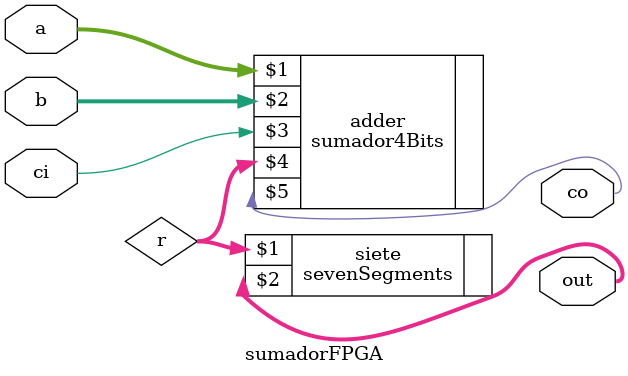
<source format=sv>
module sumadorFPGA(input logic [3:0] a, b, input logic ci, output logic [6:0] out, output logic co);
		logic [3:0] r;
		sumador4Bits adder(a, b, ci, r, co);
		sevenSegments siete (r, out);
endmodule

</source>
